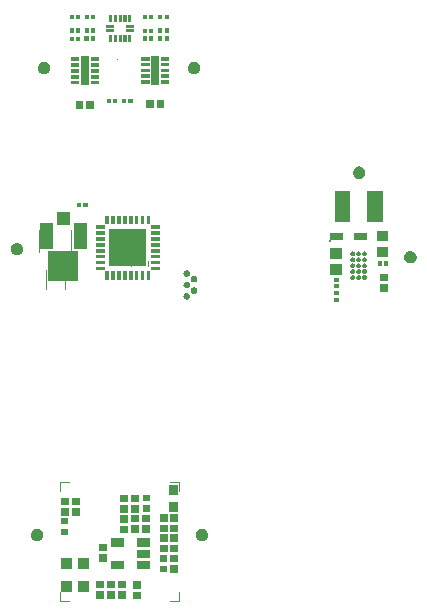
<source format=gbr>
G04 #@! TF.GenerationSoftware,KiCad,Pcbnew,(5.1.4)-1*
G04 #@! TF.CreationDate,2020-08-13T23:55:06-07:00*
G04 #@! TF.ProjectId,Kicad_LFOV_RigidFlex_Assembly,4b696361-645f-44c4-964f-565f52696769,rev?*
G04 #@! TF.SameCoordinates,Original*
G04 #@! TF.FileFunction,Soldermask,Top*
G04 #@! TF.FilePolarity,Negative*
%FSLAX46Y46*%
G04 Gerber Fmt 4.6, Leading zero omitted, Abs format (unit mm)*
G04 Created by KiCad (PCBNEW (5.1.4)-1) date 2020-08-13 23:55:06*
%MOMM*%
%LPD*%
G04 APERTURE LIST*
%ADD10C,0.050000*%
%ADD11C,0.100000*%
G04 APERTURE END LIST*
D10*
X101303480Y-91189500D02*
X101786080Y-91189500D01*
X101305500Y-91456840D02*
X101303480Y-91189500D01*
X111411180Y-119428600D02*
X112171180Y-119428600D01*
X112171180Y-119428600D02*
X112171180Y-118668600D01*
X102851180Y-119428600D02*
X102091180Y-119428600D01*
X102091180Y-119428600D02*
X102091180Y-118668600D01*
X102851180Y-109348600D02*
X102091180Y-109348600D01*
X102091180Y-109348600D02*
X102091180Y-110108600D01*
X111411180Y-109348600D02*
X112171180Y-109348600D01*
X112171180Y-109348600D02*
X112171180Y-110108600D01*
X125047700Y-88947280D02*
G75*
G03X125047700Y-88947280I-100000J0D01*
G01*
X103034480Y-88039700D02*
X103034480Y-89919700D01*
X100334480Y-88039700D02*
X100334480Y-89919700D01*
X100950280Y-91425500D02*
X100950280Y-92985500D01*
X102520280Y-91425500D02*
X102520280Y-92985500D01*
X109521880Y-91057100D02*
X109521880Y-90647100D01*
X108121880Y-91057100D02*
X108121880Y-90647100D01*
X107431780Y-75071100D02*
G75*
G03X107431780Y-75071100I-20000J0D01*
G01*
X106981780Y-73593860D02*
G75*
G03X106981780Y-73593860I-20000J0D01*
G01*
D11*
G36*
X108981980Y-119277400D02*
G01*
X108301180Y-119277400D01*
X108301180Y-118646600D01*
X108981980Y-118646600D01*
X108981980Y-119277400D01*
X108981980Y-119277400D01*
G37*
G36*
X107661180Y-119252000D02*
G01*
X106980380Y-119252000D01*
X106980380Y-118621200D01*
X107661180Y-118621200D01*
X107661180Y-119252000D01*
X107661180Y-119252000D01*
G37*
G36*
X106746780Y-119252000D02*
G01*
X106065980Y-119252000D01*
X106065980Y-118621200D01*
X106746780Y-118621200D01*
X106746780Y-119252000D01*
X106746780Y-119252000D01*
G37*
G36*
X105832380Y-119226600D02*
G01*
X105151580Y-119226600D01*
X105151580Y-118595800D01*
X105832380Y-118595800D01*
X105832380Y-119226600D01*
X105832380Y-119226600D01*
G37*
G36*
X104518780Y-118632000D02*
G01*
X103637980Y-118632000D01*
X103637980Y-117701200D01*
X104518780Y-117701200D01*
X104518780Y-118632000D01*
X104518780Y-118632000D01*
G37*
G36*
X103078780Y-118632000D02*
G01*
X102197980Y-118632000D01*
X102197980Y-117701200D01*
X103078780Y-117701200D01*
X103078780Y-118632000D01*
X103078780Y-118632000D01*
G37*
G36*
X108981980Y-118387400D02*
G01*
X108301180Y-118387400D01*
X108301180Y-117756600D01*
X108981980Y-117756600D01*
X108981980Y-118387400D01*
X108981980Y-118387400D01*
G37*
G36*
X106746780Y-118362000D02*
G01*
X106065980Y-118362000D01*
X106065980Y-117731200D01*
X106746780Y-117731200D01*
X106746780Y-118362000D01*
X106746780Y-118362000D01*
G37*
G36*
X107661180Y-118362000D02*
G01*
X106980380Y-118362000D01*
X106980380Y-117731200D01*
X107661180Y-117731200D01*
X107661180Y-118362000D01*
X107661180Y-118362000D01*
G37*
G36*
X105832380Y-118336600D02*
G01*
X105151580Y-118336600D01*
X105151580Y-117705800D01*
X105832380Y-117705800D01*
X105832380Y-118336600D01*
X105832380Y-118336600D01*
G37*
G36*
X112080780Y-117042200D02*
G01*
X111399980Y-117042200D01*
X111399980Y-116411400D01*
X112080780Y-116411400D01*
X112080780Y-117042200D01*
X112080780Y-117042200D01*
G37*
G36*
X111156780Y-117007200D02*
G01*
X110545980Y-117007200D01*
X110545980Y-116466400D01*
X111156780Y-116466400D01*
X111156780Y-117007200D01*
X111156780Y-117007200D01*
G37*
G36*
X104518780Y-116742000D02*
G01*
X103637980Y-116742000D01*
X103637980Y-115811200D01*
X104518780Y-115811200D01*
X104518780Y-116742000D01*
X104518780Y-116742000D01*
G37*
G36*
X103078780Y-116742000D02*
G01*
X102197980Y-116742000D01*
X102197980Y-115811200D01*
X103078780Y-115811200D01*
X103078780Y-116742000D01*
X103078780Y-116742000D01*
G37*
G36*
X107487380Y-116718600D02*
G01*
X106376580Y-116718600D01*
X106376580Y-116017800D01*
X107487380Y-116017800D01*
X107487380Y-116718600D01*
X107487380Y-116718600D01*
G37*
G36*
X109687380Y-116718600D02*
G01*
X108576580Y-116718600D01*
X108576580Y-116017800D01*
X109687380Y-116017800D01*
X109687380Y-116718600D01*
X109687380Y-116718600D01*
G37*
G36*
X112080780Y-116152200D02*
G01*
X111399980Y-116152200D01*
X111399980Y-115521400D01*
X112080780Y-115521400D01*
X112080780Y-116152200D01*
X112080780Y-116152200D01*
G37*
G36*
X106086380Y-116102400D02*
G01*
X105405580Y-116102400D01*
X105405580Y-115471600D01*
X106086380Y-115471600D01*
X106086380Y-116102400D01*
X106086380Y-116102400D01*
G37*
G36*
X111156780Y-116097200D02*
G01*
X110545980Y-116097200D01*
X110545980Y-115556400D01*
X111156780Y-115556400D01*
X111156780Y-116097200D01*
X111156780Y-116097200D01*
G37*
G36*
X109687380Y-115768600D02*
G01*
X108576580Y-115768600D01*
X108576580Y-115067800D01*
X109687380Y-115067800D01*
X109687380Y-115768600D01*
X109687380Y-115768600D01*
G37*
G36*
X111217180Y-115315000D02*
G01*
X110536380Y-115315000D01*
X110536380Y-114684200D01*
X111217180Y-114684200D01*
X111217180Y-115315000D01*
X111217180Y-115315000D01*
G37*
G36*
X112080780Y-115315000D02*
G01*
X111399980Y-115315000D01*
X111399980Y-114684200D01*
X112080780Y-114684200D01*
X112080780Y-115315000D01*
X112080780Y-115315000D01*
G37*
G36*
X106086380Y-115212400D02*
G01*
X105405580Y-115212400D01*
X105405580Y-114581600D01*
X106086380Y-114581600D01*
X106086380Y-115212400D01*
X106086380Y-115212400D01*
G37*
G36*
X109687380Y-114818600D02*
G01*
X108576580Y-114818600D01*
X108576580Y-114117800D01*
X109687380Y-114117800D01*
X109687380Y-114818600D01*
X109687380Y-114818600D01*
G37*
G36*
X107487380Y-114818600D02*
G01*
X106376580Y-114818600D01*
X106376580Y-114117800D01*
X107487380Y-114117800D01*
X107487380Y-114818600D01*
X107487380Y-114818600D01*
G37*
G36*
X111217180Y-114425000D02*
G01*
X110536380Y-114425000D01*
X110536380Y-113794200D01*
X111217180Y-113794200D01*
X111217180Y-114425000D01*
X111217180Y-114425000D01*
G37*
G36*
X112080780Y-114425000D02*
G01*
X111399980Y-114425000D01*
X111399980Y-113794200D01*
X112080780Y-113794200D01*
X112080780Y-114425000D01*
X112080780Y-114425000D01*
G37*
G36*
X114253254Y-113328391D02*
G01*
X114348868Y-113367995D01*
X114383291Y-113390996D01*
X114434923Y-113425495D01*
X114508105Y-113498677D01*
X114542604Y-113550309D01*
X114565605Y-113584732D01*
X114605209Y-113680346D01*
X114625400Y-113781852D01*
X114625400Y-113885348D01*
X114605209Y-113986854D01*
X114565605Y-114082468D01*
X114542604Y-114116891D01*
X114508105Y-114168523D01*
X114434923Y-114241705D01*
X114383291Y-114276204D01*
X114348868Y-114299205D01*
X114253254Y-114338809D01*
X114151748Y-114359000D01*
X114048252Y-114359000D01*
X113946746Y-114338809D01*
X113851132Y-114299205D01*
X113816709Y-114276204D01*
X113765077Y-114241705D01*
X113691895Y-114168523D01*
X113657396Y-114116891D01*
X113634395Y-114082468D01*
X113594791Y-113986854D01*
X113574600Y-113885348D01*
X113574600Y-113781852D01*
X113594791Y-113680346D01*
X113634395Y-113584732D01*
X113657396Y-113550309D01*
X113691895Y-113498677D01*
X113765077Y-113425495D01*
X113816709Y-113390996D01*
X113851132Y-113367995D01*
X113946746Y-113328391D01*
X114048252Y-113308200D01*
X114151748Y-113308200D01*
X114253254Y-113328391D01*
X114253254Y-113328391D01*
G37*
G36*
X100306114Y-113328391D02*
G01*
X100401728Y-113367995D01*
X100436151Y-113390996D01*
X100487783Y-113425495D01*
X100560965Y-113498677D01*
X100595464Y-113550309D01*
X100618465Y-113584732D01*
X100658069Y-113680346D01*
X100678260Y-113781852D01*
X100678260Y-113885348D01*
X100658069Y-113986854D01*
X100618465Y-114082468D01*
X100595464Y-114116891D01*
X100560965Y-114168523D01*
X100487783Y-114241705D01*
X100436151Y-114276204D01*
X100401728Y-114299205D01*
X100306114Y-114338809D01*
X100204608Y-114359000D01*
X100101112Y-114359000D01*
X99999606Y-114338809D01*
X99903992Y-114299205D01*
X99869569Y-114276204D01*
X99817937Y-114241705D01*
X99744755Y-114168523D01*
X99710256Y-114116891D01*
X99687255Y-114082468D01*
X99647651Y-113986854D01*
X99627460Y-113885348D01*
X99627460Y-113781852D01*
X99647651Y-113680346D01*
X99687255Y-113584732D01*
X99710256Y-113550309D01*
X99744755Y-113498677D01*
X99817937Y-113425495D01*
X99869569Y-113390996D01*
X99903992Y-113367995D01*
X99999606Y-113328391D01*
X100101112Y-113308200D01*
X100204608Y-113308200D01*
X100306114Y-113328391D01*
X100306114Y-113328391D01*
G37*
G36*
X102800180Y-113857600D02*
G01*
X102189380Y-113857600D01*
X102189380Y-113316800D01*
X102800180Y-113316800D01*
X102800180Y-113857600D01*
X102800180Y-113857600D01*
G37*
G36*
X107864380Y-113689400D02*
G01*
X107183580Y-113689400D01*
X107183580Y-113058600D01*
X107864380Y-113058600D01*
X107864380Y-113689400D01*
X107864380Y-113689400D01*
G37*
G36*
X108804180Y-113664000D02*
G01*
X108123380Y-113664000D01*
X108123380Y-113033200D01*
X108804180Y-113033200D01*
X108804180Y-113664000D01*
X108804180Y-113664000D01*
G37*
G36*
X109743980Y-113664000D02*
G01*
X109063180Y-113664000D01*
X109063180Y-113033200D01*
X109743980Y-113033200D01*
X109743980Y-113664000D01*
X109743980Y-113664000D01*
G37*
G36*
X111217180Y-113613200D02*
G01*
X110536380Y-113613200D01*
X110536380Y-112982400D01*
X111217180Y-112982400D01*
X111217180Y-113613200D01*
X111217180Y-113613200D01*
G37*
G36*
X112080780Y-113613200D02*
G01*
X111399980Y-113613200D01*
X111399980Y-112982400D01*
X112080780Y-112982400D01*
X112080780Y-113613200D01*
X112080780Y-113613200D01*
G37*
G36*
X102800180Y-112947600D02*
G01*
X102189380Y-112947600D01*
X102189380Y-112406800D01*
X102800180Y-112406800D01*
X102800180Y-112947600D01*
X102800180Y-112947600D01*
G37*
G36*
X107864380Y-112799400D02*
G01*
X107183580Y-112799400D01*
X107183580Y-112168600D01*
X107864380Y-112168600D01*
X107864380Y-112799400D01*
X107864380Y-112799400D01*
G37*
G36*
X108804180Y-112774000D02*
G01*
X108123380Y-112774000D01*
X108123380Y-112143200D01*
X108804180Y-112143200D01*
X108804180Y-112774000D01*
X108804180Y-112774000D01*
G37*
G36*
X109743980Y-112774000D02*
G01*
X109063180Y-112774000D01*
X109063180Y-112143200D01*
X109743980Y-112143200D01*
X109743980Y-112774000D01*
X109743980Y-112774000D01*
G37*
G36*
X111217180Y-112723200D02*
G01*
X110536380Y-112723200D01*
X110536380Y-112092400D01*
X111217180Y-112092400D01*
X111217180Y-112723200D01*
X111217180Y-112723200D01*
G37*
G36*
X112080780Y-112723200D02*
G01*
X111399980Y-112723200D01*
X111399980Y-112092400D01*
X112080780Y-112092400D01*
X112080780Y-112723200D01*
X112080780Y-112723200D01*
G37*
G36*
X103800380Y-112190800D02*
G01*
X103119580Y-112190800D01*
X103119580Y-111560000D01*
X103800380Y-111560000D01*
X103800380Y-112190800D01*
X103800380Y-112190800D01*
G37*
G36*
X102860580Y-112190800D02*
G01*
X102179780Y-112190800D01*
X102179780Y-111560000D01*
X102860580Y-111560000D01*
X102860580Y-112190800D01*
X102860580Y-112190800D01*
G37*
G36*
X107864380Y-111936800D02*
G01*
X107183580Y-111936800D01*
X107183580Y-111306000D01*
X107864380Y-111306000D01*
X107864380Y-111936800D01*
X107864380Y-111936800D01*
G37*
G36*
X108804180Y-111936800D02*
G01*
X108123380Y-111936800D01*
X108123380Y-111306000D01*
X108804180Y-111306000D01*
X108804180Y-111936800D01*
X108804180Y-111936800D01*
G37*
G36*
X112095380Y-111885000D02*
G01*
X111334580Y-111885000D01*
X111334580Y-111064200D01*
X112095380Y-111064200D01*
X112095380Y-111885000D01*
X112095380Y-111885000D01*
G37*
G36*
X109736880Y-111866600D02*
G01*
X109126080Y-111866600D01*
X109126080Y-111325800D01*
X109736880Y-111325800D01*
X109736880Y-111866600D01*
X109736880Y-111866600D01*
G37*
G36*
X102860580Y-111300800D02*
G01*
X102179780Y-111300800D01*
X102179780Y-110670000D01*
X102860580Y-110670000D01*
X102860580Y-111300800D01*
X102860580Y-111300800D01*
G37*
G36*
X103800380Y-111300800D02*
G01*
X103119580Y-111300800D01*
X103119580Y-110670000D01*
X103800380Y-110670000D01*
X103800380Y-111300800D01*
X103800380Y-111300800D01*
G37*
G36*
X108804180Y-111046800D02*
G01*
X108123380Y-111046800D01*
X108123380Y-110416000D01*
X108804180Y-110416000D01*
X108804180Y-111046800D01*
X108804180Y-111046800D01*
G37*
G36*
X107864380Y-111046800D02*
G01*
X107183580Y-111046800D01*
X107183580Y-110416000D01*
X107864380Y-110416000D01*
X107864380Y-111046800D01*
X107864380Y-111046800D01*
G37*
G36*
X109736880Y-110956600D02*
G01*
X109126080Y-110956600D01*
X109126080Y-110415800D01*
X109736880Y-110415800D01*
X109736880Y-110956600D01*
X109736880Y-110956600D01*
G37*
G36*
X112095380Y-110425000D02*
G01*
X111334580Y-110425000D01*
X111334580Y-109604200D01*
X112095380Y-109604200D01*
X112095380Y-110425000D01*
X112095380Y-110425000D01*
G37*
G36*
X125710160Y-94106160D02*
G01*
X125319360Y-94106160D01*
X125319360Y-93745360D01*
X125710160Y-93745360D01*
X125710160Y-94106160D01*
X125710160Y-94106160D01*
G37*
G36*
X112914039Y-93359237D02*
G01*
X112964886Y-93380298D01*
X113010649Y-93410876D01*
X113049564Y-93449791D01*
X113080142Y-93495554D01*
X113101203Y-93546401D01*
X113111940Y-93600381D01*
X113111940Y-93655419D01*
X113101203Y-93709399D01*
X113080142Y-93760246D01*
X113049564Y-93806009D01*
X113010649Y-93844924D01*
X112964886Y-93875502D01*
X112914039Y-93896563D01*
X112860059Y-93907300D01*
X112805021Y-93907300D01*
X112751041Y-93896563D01*
X112700194Y-93875502D01*
X112654431Y-93844924D01*
X112615516Y-93806009D01*
X112584938Y-93760246D01*
X112563877Y-93709399D01*
X112553140Y-93655419D01*
X112553140Y-93600381D01*
X112563877Y-93546401D01*
X112584938Y-93495554D01*
X112615516Y-93449791D01*
X112654431Y-93410876D01*
X112700194Y-93380298D01*
X112751041Y-93359237D01*
X112805021Y-93348500D01*
X112860059Y-93348500D01*
X112914039Y-93359237D01*
X112914039Y-93359237D01*
G37*
G36*
X125710160Y-93556160D02*
G01*
X125319360Y-93556160D01*
X125319360Y-93195360D01*
X125710160Y-93195360D01*
X125710160Y-93556160D01*
X125710160Y-93556160D01*
G37*
G36*
X113523639Y-92876638D02*
G01*
X113574486Y-92897699D01*
X113620249Y-92928277D01*
X113659164Y-92967192D01*
X113689742Y-93012955D01*
X113710803Y-93063802D01*
X113721540Y-93117782D01*
X113721540Y-93172820D01*
X113710803Y-93226800D01*
X113689742Y-93277647D01*
X113659164Y-93323410D01*
X113620249Y-93362325D01*
X113574486Y-93392903D01*
X113523639Y-93413964D01*
X113469659Y-93424701D01*
X113414621Y-93424701D01*
X113360641Y-93413964D01*
X113309794Y-93392903D01*
X113264031Y-93362325D01*
X113225116Y-93323410D01*
X113194538Y-93277647D01*
X113173477Y-93226800D01*
X113162740Y-93172820D01*
X113162740Y-93117782D01*
X113173477Y-93063802D01*
X113194538Y-93012955D01*
X113225116Y-92967192D01*
X113264031Y-92928277D01*
X113309794Y-92897699D01*
X113360641Y-92876638D01*
X113414621Y-92865901D01*
X113469659Y-92865901D01*
X113523639Y-92876638D01*
X113523639Y-92876638D01*
G37*
G36*
X129884400Y-93241680D02*
G01*
X129203600Y-93241680D01*
X129203600Y-92610880D01*
X129884400Y-92610880D01*
X129884400Y-93241680D01*
X129884400Y-93241680D01*
G37*
G36*
X125725400Y-92958080D02*
G01*
X125334600Y-92958080D01*
X125334600Y-92597280D01*
X125725400Y-92597280D01*
X125725400Y-92958080D01*
X125725400Y-92958080D01*
G37*
G36*
X112914039Y-92394038D02*
G01*
X112964886Y-92415099D01*
X113010649Y-92445677D01*
X113049564Y-92484592D01*
X113080142Y-92530355D01*
X113101203Y-92581202D01*
X113111940Y-92635182D01*
X113111940Y-92690220D01*
X113101203Y-92744200D01*
X113080142Y-92795047D01*
X113049564Y-92840810D01*
X113010649Y-92879725D01*
X112964886Y-92910303D01*
X112914039Y-92931364D01*
X112860059Y-92942101D01*
X112805021Y-92942101D01*
X112751041Y-92931364D01*
X112700194Y-92910303D01*
X112654431Y-92879725D01*
X112615516Y-92840810D01*
X112584938Y-92795047D01*
X112563877Y-92744200D01*
X112553140Y-92690220D01*
X112553140Y-92635182D01*
X112563877Y-92581202D01*
X112584938Y-92530355D01*
X112615516Y-92484592D01*
X112654431Y-92445677D01*
X112700194Y-92415099D01*
X112751041Y-92394038D01*
X112805021Y-92383301D01*
X112860059Y-92383301D01*
X112914039Y-92394038D01*
X112914039Y-92394038D01*
G37*
G36*
X113523639Y-91911439D02*
G01*
X113574486Y-91932500D01*
X113620249Y-91963078D01*
X113659164Y-92001993D01*
X113689742Y-92047756D01*
X113710803Y-92098603D01*
X113721540Y-92152583D01*
X113721540Y-92207621D01*
X113710803Y-92261601D01*
X113689742Y-92312448D01*
X113659164Y-92358211D01*
X113620249Y-92397126D01*
X113574486Y-92427704D01*
X113523639Y-92448765D01*
X113469659Y-92459502D01*
X113414621Y-92459502D01*
X113360641Y-92448765D01*
X113309794Y-92427704D01*
X113264031Y-92397126D01*
X113225116Y-92358211D01*
X113194538Y-92312448D01*
X113173477Y-92261601D01*
X113162740Y-92207621D01*
X113162740Y-92152583D01*
X113173477Y-92098603D01*
X113194538Y-92047756D01*
X113225116Y-92001993D01*
X113264031Y-91963078D01*
X113309794Y-91932500D01*
X113360641Y-91911439D01*
X113414621Y-91900702D01*
X113469659Y-91900702D01*
X113523639Y-91911439D01*
X113523639Y-91911439D01*
G37*
G36*
X125725400Y-92408080D02*
G01*
X125334600Y-92408080D01*
X125334600Y-92047280D01*
X125725400Y-92047280D01*
X125725400Y-92408080D01*
X125725400Y-92408080D01*
G37*
G36*
X129884400Y-92351680D02*
G01*
X129203600Y-92351680D01*
X129203600Y-91720880D01*
X129884400Y-91720880D01*
X129884400Y-92351680D01*
X129884400Y-92351680D01*
G37*
G36*
X103622820Y-92332820D02*
G01*
X101072020Y-92332820D01*
X101072020Y-89782020D01*
X103622820Y-89782020D01*
X103622820Y-92332820D01*
X103622820Y-92332820D01*
G37*
G36*
X127885246Y-91825218D02*
G01*
X127894029Y-91829912D01*
X127903553Y-91832802D01*
X127941155Y-91840281D01*
X127977625Y-91855388D01*
X128010448Y-91877319D01*
X128038361Y-91905232D01*
X128060292Y-91938055D01*
X128075399Y-91974525D01*
X128083100Y-92013242D01*
X128083100Y-92052718D01*
X128075399Y-92091435D01*
X128060292Y-92127905D01*
X128038361Y-92160728D01*
X128010448Y-92188641D01*
X127977625Y-92210572D01*
X127941155Y-92225679D01*
X127902438Y-92233380D01*
X127862962Y-92233380D01*
X127824245Y-92225679D01*
X127787775Y-92210572D01*
X127754952Y-92188641D01*
X127727039Y-92160728D01*
X127705108Y-92127905D01*
X127690001Y-92091435D01*
X127682522Y-92053833D01*
X127679632Y-92044308D01*
X127674938Y-92035525D01*
X127672849Y-92032980D01*
X127674938Y-92030434D01*
X127679632Y-92021651D01*
X127682523Y-92012123D01*
X127690001Y-91974525D01*
X127705108Y-91938055D01*
X127727039Y-91905232D01*
X127754952Y-91877319D01*
X127787775Y-91855388D01*
X127824245Y-91840281D01*
X127861847Y-91832802D01*
X127871372Y-91829912D01*
X127880155Y-91825218D01*
X127882700Y-91823129D01*
X127885246Y-91825218D01*
X127885246Y-91825218D01*
G37*
G36*
X127385246Y-91825218D02*
G01*
X127394029Y-91829912D01*
X127403553Y-91832802D01*
X127441155Y-91840281D01*
X127477625Y-91855388D01*
X127510448Y-91877319D01*
X127538361Y-91905232D01*
X127560292Y-91938055D01*
X127575399Y-91974525D01*
X127582877Y-92012123D01*
X127585768Y-92021652D01*
X127590462Y-92030435D01*
X127592551Y-92032980D01*
X127590462Y-92035526D01*
X127585768Y-92044309D01*
X127582878Y-92053833D01*
X127575399Y-92091435D01*
X127560292Y-92127905D01*
X127538361Y-92160728D01*
X127510448Y-92188641D01*
X127477625Y-92210572D01*
X127441155Y-92225679D01*
X127402438Y-92233380D01*
X127362962Y-92233380D01*
X127324245Y-92225679D01*
X127287775Y-92210572D01*
X127254952Y-92188641D01*
X127227039Y-92160728D01*
X127205108Y-92127905D01*
X127190001Y-92091435D01*
X127182522Y-92053833D01*
X127179632Y-92044308D01*
X127174938Y-92035525D01*
X127172849Y-92032980D01*
X127174938Y-92030434D01*
X127179632Y-92021651D01*
X127182523Y-92012123D01*
X127190001Y-91974525D01*
X127205108Y-91938055D01*
X127227039Y-91905232D01*
X127254952Y-91877319D01*
X127287775Y-91855388D01*
X127324245Y-91840281D01*
X127361847Y-91832802D01*
X127371372Y-91829912D01*
X127380155Y-91825218D01*
X127382700Y-91823129D01*
X127385246Y-91825218D01*
X127385246Y-91825218D01*
G37*
G36*
X126885246Y-91825218D02*
G01*
X126894029Y-91829912D01*
X126903553Y-91832802D01*
X126941155Y-91840281D01*
X126977625Y-91855388D01*
X127010448Y-91877319D01*
X127038361Y-91905232D01*
X127060292Y-91938055D01*
X127075399Y-91974525D01*
X127082877Y-92012123D01*
X127085768Y-92021652D01*
X127090462Y-92030435D01*
X127092551Y-92032980D01*
X127090462Y-92035526D01*
X127085768Y-92044309D01*
X127082878Y-92053833D01*
X127075399Y-92091435D01*
X127060292Y-92127905D01*
X127038361Y-92160728D01*
X127010448Y-92188641D01*
X126977625Y-92210572D01*
X126941155Y-92225679D01*
X126902438Y-92233380D01*
X126862962Y-92233380D01*
X126824245Y-92225679D01*
X126787775Y-92210572D01*
X126754952Y-92188641D01*
X126727039Y-92160728D01*
X126705108Y-92127905D01*
X126690001Y-92091435D01*
X126682300Y-92052718D01*
X126682300Y-92013242D01*
X126690001Y-91974525D01*
X126705108Y-91938055D01*
X126727039Y-91905232D01*
X126754952Y-91877319D01*
X126787775Y-91855388D01*
X126824245Y-91840281D01*
X126861847Y-91832802D01*
X126871372Y-91829912D01*
X126880155Y-91825218D01*
X126882700Y-91823129D01*
X126885246Y-91825218D01*
X126885246Y-91825218D01*
G37*
G36*
X107244300Y-92216040D02*
G01*
X106933500Y-92216040D01*
X106933500Y-91485240D01*
X107244300Y-91485240D01*
X107244300Y-92216040D01*
X107244300Y-92216040D01*
G37*
G36*
X107744300Y-92216040D02*
G01*
X107433500Y-92216040D01*
X107433500Y-91485240D01*
X107744300Y-91485240D01*
X107744300Y-92216040D01*
X107744300Y-92216040D01*
G37*
G36*
X108244300Y-92216040D02*
G01*
X107933500Y-92216040D01*
X107933500Y-91485240D01*
X108244300Y-91485240D01*
X108244300Y-92216040D01*
X108244300Y-92216040D01*
G37*
G36*
X108744300Y-92216040D02*
G01*
X108433500Y-92216040D01*
X108433500Y-91485240D01*
X108744300Y-91485240D01*
X108744300Y-92216040D01*
X108744300Y-92216040D01*
G37*
G36*
X106244300Y-92216040D02*
G01*
X105933500Y-92216040D01*
X105933500Y-91485240D01*
X106244300Y-91485240D01*
X106244300Y-92216040D01*
X106244300Y-92216040D01*
G37*
G36*
X109744300Y-92216040D02*
G01*
X109433500Y-92216040D01*
X109433500Y-91485240D01*
X109744300Y-91485240D01*
X109744300Y-92216040D01*
X109744300Y-92216040D01*
G37*
G36*
X106744300Y-92216040D02*
G01*
X106433500Y-92216040D01*
X106433500Y-91485240D01*
X106744300Y-91485240D01*
X106744300Y-92216040D01*
X106744300Y-92216040D01*
G37*
G36*
X109244300Y-92216040D02*
G01*
X108933500Y-92216040D01*
X108933500Y-91485240D01*
X109244300Y-91485240D01*
X109244300Y-92216040D01*
X109244300Y-92216040D01*
G37*
G36*
X112914039Y-91428839D02*
G01*
X112964886Y-91449900D01*
X113010649Y-91480478D01*
X113049564Y-91519393D01*
X113080142Y-91565156D01*
X113101203Y-91616003D01*
X113111940Y-91669983D01*
X113111940Y-91725021D01*
X113101203Y-91779001D01*
X113080142Y-91829848D01*
X113049564Y-91875611D01*
X113010649Y-91914526D01*
X112964886Y-91945104D01*
X112914039Y-91966165D01*
X112860059Y-91976902D01*
X112805021Y-91976902D01*
X112751041Y-91966165D01*
X112700194Y-91945104D01*
X112654431Y-91914526D01*
X112615516Y-91875611D01*
X112584938Y-91829848D01*
X112563877Y-91779001D01*
X112553140Y-91725021D01*
X112553140Y-91669983D01*
X112563877Y-91616003D01*
X112584938Y-91565156D01*
X112615516Y-91519393D01*
X112654431Y-91480478D01*
X112700194Y-91449900D01*
X112751041Y-91428839D01*
X112805021Y-91418102D01*
X112860059Y-91418102D01*
X112914039Y-91428839D01*
X112914039Y-91428839D01*
G37*
G36*
X125950500Y-91820880D02*
G01*
X124979700Y-91820880D01*
X124979700Y-90880080D01*
X125950500Y-90880080D01*
X125950500Y-91820880D01*
X125950500Y-91820880D01*
G37*
G36*
X126885246Y-91325218D02*
G01*
X126894029Y-91329912D01*
X126903553Y-91332802D01*
X126941155Y-91340281D01*
X126977625Y-91355388D01*
X127010448Y-91377319D01*
X127038361Y-91405232D01*
X127060292Y-91438055D01*
X127075399Y-91474525D01*
X127077530Y-91485240D01*
X127082877Y-91512123D01*
X127085768Y-91521652D01*
X127090462Y-91530435D01*
X127092551Y-91532980D01*
X127090462Y-91535526D01*
X127085768Y-91544309D01*
X127082878Y-91553833D01*
X127075399Y-91591435D01*
X127060292Y-91627905D01*
X127038361Y-91660728D01*
X127010448Y-91688641D01*
X126977625Y-91710572D01*
X126941155Y-91725679D01*
X126903553Y-91733158D01*
X126894028Y-91736048D01*
X126885245Y-91740742D01*
X126882700Y-91742831D01*
X126880154Y-91740742D01*
X126871371Y-91736048D01*
X126861847Y-91733158D01*
X126824245Y-91725679D01*
X126787775Y-91710572D01*
X126754952Y-91688641D01*
X126727039Y-91660728D01*
X126705108Y-91627905D01*
X126690001Y-91591435D01*
X126682300Y-91552718D01*
X126682300Y-91513242D01*
X126690001Y-91474525D01*
X126705108Y-91438055D01*
X126727039Y-91405232D01*
X126754952Y-91377319D01*
X126787775Y-91355388D01*
X126824245Y-91340281D01*
X126861847Y-91332802D01*
X126871372Y-91329912D01*
X126880155Y-91325218D01*
X126882700Y-91323129D01*
X126885246Y-91325218D01*
X126885246Y-91325218D01*
G37*
G36*
X127385246Y-91325218D02*
G01*
X127394029Y-91329912D01*
X127403553Y-91332802D01*
X127441155Y-91340281D01*
X127477625Y-91355388D01*
X127510448Y-91377319D01*
X127538361Y-91405232D01*
X127560292Y-91438055D01*
X127575399Y-91474525D01*
X127577530Y-91485240D01*
X127582877Y-91512123D01*
X127585768Y-91521652D01*
X127590462Y-91530435D01*
X127592551Y-91532980D01*
X127590462Y-91535526D01*
X127585768Y-91544309D01*
X127582878Y-91553833D01*
X127575399Y-91591435D01*
X127560292Y-91627905D01*
X127538361Y-91660728D01*
X127510448Y-91688641D01*
X127477625Y-91710572D01*
X127441155Y-91725679D01*
X127403553Y-91733158D01*
X127394028Y-91736048D01*
X127385245Y-91740742D01*
X127382700Y-91742831D01*
X127380154Y-91740742D01*
X127371371Y-91736048D01*
X127361847Y-91733158D01*
X127324245Y-91725679D01*
X127287775Y-91710572D01*
X127254952Y-91688641D01*
X127227039Y-91660728D01*
X127205108Y-91627905D01*
X127190001Y-91591435D01*
X127182522Y-91553833D01*
X127179632Y-91544308D01*
X127174938Y-91535525D01*
X127172849Y-91532980D01*
X127174938Y-91530434D01*
X127179632Y-91521651D01*
X127182523Y-91512123D01*
X127187870Y-91485240D01*
X127190001Y-91474525D01*
X127205108Y-91438055D01*
X127227039Y-91405232D01*
X127254952Y-91377319D01*
X127287775Y-91355388D01*
X127324245Y-91340281D01*
X127361847Y-91332802D01*
X127371372Y-91329912D01*
X127380155Y-91325218D01*
X127382700Y-91323129D01*
X127385246Y-91325218D01*
X127385246Y-91325218D01*
G37*
G36*
X127885246Y-91325218D02*
G01*
X127894029Y-91329912D01*
X127903553Y-91332802D01*
X127941155Y-91340281D01*
X127977625Y-91355388D01*
X128010448Y-91377319D01*
X128038361Y-91405232D01*
X128060292Y-91438055D01*
X128075399Y-91474525D01*
X128083100Y-91513242D01*
X128083100Y-91552718D01*
X128075399Y-91591435D01*
X128060292Y-91627905D01*
X128038361Y-91660728D01*
X128010448Y-91688641D01*
X127977625Y-91710572D01*
X127941155Y-91725679D01*
X127903553Y-91733158D01*
X127894028Y-91736048D01*
X127885245Y-91740742D01*
X127882700Y-91742831D01*
X127880154Y-91740742D01*
X127871371Y-91736048D01*
X127861847Y-91733158D01*
X127824245Y-91725679D01*
X127787775Y-91710572D01*
X127754952Y-91688641D01*
X127727039Y-91660728D01*
X127705108Y-91627905D01*
X127690001Y-91591435D01*
X127682522Y-91553833D01*
X127679632Y-91544308D01*
X127674938Y-91535525D01*
X127672849Y-91532980D01*
X127674938Y-91530434D01*
X127679632Y-91521651D01*
X127682523Y-91512123D01*
X127687870Y-91485240D01*
X127690001Y-91474525D01*
X127705108Y-91438055D01*
X127727039Y-91405232D01*
X127754952Y-91377319D01*
X127787775Y-91355388D01*
X127824245Y-91340281D01*
X127861847Y-91332802D01*
X127871372Y-91329912D01*
X127880155Y-91325218D01*
X127882700Y-91323129D01*
X127885246Y-91325218D01*
X127885246Y-91325218D01*
G37*
G36*
X105869300Y-91421040D02*
G01*
X105138500Y-91421040D01*
X105138500Y-91110240D01*
X105869300Y-91110240D01*
X105869300Y-91421040D01*
X105869300Y-91421040D01*
G37*
G36*
X110539300Y-91421040D02*
G01*
X109808500Y-91421040D01*
X109808500Y-91110240D01*
X110539300Y-91110240D01*
X110539300Y-91421040D01*
X110539300Y-91421040D01*
G37*
G36*
X126885246Y-90825218D02*
G01*
X126894029Y-90829912D01*
X126903553Y-90832802D01*
X126941155Y-90840281D01*
X126977625Y-90855388D01*
X127010448Y-90877319D01*
X127038361Y-90905232D01*
X127060292Y-90938055D01*
X127075399Y-90974525D01*
X127082877Y-91012123D01*
X127085768Y-91021652D01*
X127090462Y-91030435D01*
X127092551Y-91032980D01*
X127090462Y-91035526D01*
X127085768Y-91044309D01*
X127082878Y-91053833D01*
X127075399Y-91091435D01*
X127060292Y-91127905D01*
X127038361Y-91160728D01*
X127010448Y-91188641D01*
X126977625Y-91210572D01*
X126941155Y-91225679D01*
X126903553Y-91233158D01*
X126894028Y-91236048D01*
X126885245Y-91240742D01*
X126882700Y-91242831D01*
X126880154Y-91240742D01*
X126871371Y-91236048D01*
X126861847Y-91233158D01*
X126824245Y-91225679D01*
X126787775Y-91210572D01*
X126754952Y-91188641D01*
X126727039Y-91160728D01*
X126705108Y-91127905D01*
X126690001Y-91091435D01*
X126682300Y-91052718D01*
X126682300Y-91013242D01*
X126690001Y-90974525D01*
X126705108Y-90938055D01*
X126727039Y-90905232D01*
X126754952Y-90877319D01*
X126787775Y-90855388D01*
X126824245Y-90840281D01*
X126861847Y-90832802D01*
X126871372Y-90829912D01*
X126880155Y-90825218D01*
X126882700Y-90823129D01*
X126885246Y-90825218D01*
X126885246Y-90825218D01*
G37*
G36*
X127385246Y-90825218D02*
G01*
X127394029Y-90829912D01*
X127403553Y-90832802D01*
X127441155Y-90840281D01*
X127477625Y-90855388D01*
X127510448Y-90877319D01*
X127538361Y-90905232D01*
X127560292Y-90938055D01*
X127575399Y-90974525D01*
X127582877Y-91012123D01*
X127585768Y-91021652D01*
X127590462Y-91030435D01*
X127592551Y-91032980D01*
X127590462Y-91035526D01*
X127585768Y-91044309D01*
X127582878Y-91053833D01*
X127575399Y-91091435D01*
X127560292Y-91127905D01*
X127538361Y-91160728D01*
X127510448Y-91188641D01*
X127477625Y-91210572D01*
X127441155Y-91225679D01*
X127403553Y-91233158D01*
X127394028Y-91236048D01*
X127385245Y-91240742D01*
X127382700Y-91242831D01*
X127380154Y-91240742D01*
X127371371Y-91236048D01*
X127361847Y-91233158D01*
X127324245Y-91225679D01*
X127287775Y-91210572D01*
X127254952Y-91188641D01*
X127227039Y-91160728D01*
X127205108Y-91127905D01*
X127190001Y-91091435D01*
X127182522Y-91053833D01*
X127179632Y-91044308D01*
X127174938Y-91035525D01*
X127172849Y-91032980D01*
X127174938Y-91030434D01*
X127179632Y-91021651D01*
X127182523Y-91012123D01*
X127190001Y-90974525D01*
X127205108Y-90938055D01*
X127227039Y-90905232D01*
X127254952Y-90877319D01*
X127287775Y-90855388D01*
X127324245Y-90840281D01*
X127361847Y-90832802D01*
X127371372Y-90829912D01*
X127380155Y-90825218D01*
X127382700Y-90823129D01*
X127385246Y-90825218D01*
X127385246Y-90825218D01*
G37*
G36*
X127885246Y-90825218D02*
G01*
X127894029Y-90829912D01*
X127903553Y-90832802D01*
X127941155Y-90840281D01*
X127977625Y-90855388D01*
X128010448Y-90877319D01*
X128038361Y-90905232D01*
X128060292Y-90938055D01*
X128075399Y-90974525D01*
X128083100Y-91013242D01*
X128083100Y-91052718D01*
X128075399Y-91091435D01*
X128060292Y-91127905D01*
X128038361Y-91160728D01*
X128010448Y-91188641D01*
X127977625Y-91210572D01*
X127941155Y-91225679D01*
X127903553Y-91233158D01*
X127894028Y-91236048D01*
X127885245Y-91240742D01*
X127882700Y-91242831D01*
X127880154Y-91240742D01*
X127871371Y-91236048D01*
X127861847Y-91233158D01*
X127824245Y-91225679D01*
X127787775Y-91210572D01*
X127754952Y-91188641D01*
X127727039Y-91160728D01*
X127705108Y-91127905D01*
X127690001Y-91091435D01*
X127682522Y-91053833D01*
X127679632Y-91044308D01*
X127674938Y-91035525D01*
X127672849Y-91032980D01*
X127674938Y-91030434D01*
X127679632Y-91021651D01*
X127682523Y-91012123D01*
X127690001Y-90974525D01*
X127705108Y-90938055D01*
X127727039Y-90905232D01*
X127754952Y-90877319D01*
X127787775Y-90855388D01*
X127824245Y-90840281D01*
X127861847Y-90832802D01*
X127871372Y-90829912D01*
X127880155Y-90825218D01*
X127882700Y-90823129D01*
X127885246Y-90825218D01*
X127885246Y-90825218D01*
G37*
G36*
X109414300Y-91091040D02*
G01*
X106263500Y-91091040D01*
X106263500Y-87940240D01*
X109414300Y-87940240D01*
X109414300Y-91091040D01*
X109414300Y-91091040D01*
G37*
G36*
X129349400Y-91042960D02*
G01*
X128988600Y-91042960D01*
X128988600Y-90652160D01*
X129349400Y-90652160D01*
X129349400Y-91042960D01*
X129349400Y-91042960D01*
G37*
G36*
X129899400Y-91042960D02*
G01*
X129538600Y-91042960D01*
X129538600Y-90652160D01*
X129899400Y-90652160D01*
X129899400Y-91042960D01*
X129899400Y-91042960D01*
G37*
G36*
X110539300Y-90921040D02*
G01*
X109808500Y-90921040D01*
X109808500Y-90610240D01*
X110539300Y-90610240D01*
X110539300Y-90921040D01*
X110539300Y-90921040D01*
G37*
G36*
X105869300Y-90921040D02*
G01*
X105138500Y-90921040D01*
X105138500Y-90610240D01*
X105869300Y-90610240D01*
X105869300Y-90921040D01*
X105869300Y-90921040D01*
G37*
G36*
X131913874Y-89810531D02*
G01*
X132009488Y-89850135D01*
X132043911Y-89873136D01*
X132095543Y-89907635D01*
X132168725Y-89980817D01*
X132201878Y-90030434D01*
X132226225Y-90066872D01*
X132265829Y-90162486D01*
X132286020Y-90263992D01*
X132286020Y-90367488D01*
X132265829Y-90468994D01*
X132226225Y-90564608D01*
X132208299Y-90591435D01*
X132168725Y-90650663D01*
X132095543Y-90723845D01*
X132043911Y-90758344D01*
X132009488Y-90781345D01*
X131913874Y-90820949D01*
X131812368Y-90841140D01*
X131708872Y-90841140D01*
X131607366Y-90820949D01*
X131511752Y-90781345D01*
X131477329Y-90758344D01*
X131425697Y-90723845D01*
X131352515Y-90650663D01*
X131312941Y-90591435D01*
X131295015Y-90564608D01*
X131255411Y-90468994D01*
X131235220Y-90367488D01*
X131235220Y-90263992D01*
X131255411Y-90162486D01*
X131295015Y-90066872D01*
X131319362Y-90030434D01*
X131352515Y-89980817D01*
X131425697Y-89907635D01*
X131477329Y-89873136D01*
X131511752Y-89850135D01*
X131607366Y-89810531D01*
X131708872Y-89790340D01*
X131812368Y-89790340D01*
X131913874Y-89810531D01*
X131913874Y-89810531D01*
G37*
G36*
X126885246Y-90325218D02*
G01*
X126894029Y-90329912D01*
X126903553Y-90332802D01*
X126941155Y-90340281D01*
X126977625Y-90355388D01*
X127010448Y-90377319D01*
X127038361Y-90405232D01*
X127060292Y-90438055D01*
X127075399Y-90474525D01*
X127082877Y-90512123D01*
X127085768Y-90521652D01*
X127090462Y-90530435D01*
X127092551Y-90532980D01*
X127090462Y-90535526D01*
X127085768Y-90544309D01*
X127082878Y-90553833D01*
X127075399Y-90591435D01*
X127060292Y-90627905D01*
X127038361Y-90660728D01*
X127010448Y-90688641D01*
X126977625Y-90710572D01*
X126941155Y-90725679D01*
X126903553Y-90733158D01*
X126894028Y-90736048D01*
X126885245Y-90740742D01*
X126882700Y-90742831D01*
X126880154Y-90740742D01*
X126871371Y-90736048D01*
X126861847Y-90733158D01*
X126824245Y-90725679D01*
X126787775Y-90710572D01*
X126754952Y-90688641D01*
X126727039Y-90660728D01*
X126705108Y-90627905D01*
X126690001Y-90591435D01*
X126682300Y-90552718D01*
X126682300Y-90513242D01*
X126690001Y-90474525D01*
X126705108Y-90438055D01*
X126727039Y-90405232D01*
X126754952Y-90377319D01*
X126787775Y-90355388D01*
X126824245Y-90340281D01*
X126861847Y-90332802D01*
X126871372Y-90329912D01*
X126880155Y-90325218D01*
X126882700Y-90323129D01*
X126885246Y-90325218D01*
X126885246Y-90325218D01*
G37*
G36*
X127385246Y-90325218D02*
G01*
X127394029Y-90329912D01*
X127403553Y-90332802D01*
X127441155Y-90340281D01*
X127477625Y-90355388D01*
X127510448Y-90377319D01*
X127538361Y-90405232D01*
X127560292Y-90438055D01*
X127575399Y-90474525D01*
X127582877Y-90512123D01*
X127585768Y-90521652D01*
X127590462Y-90530435D01*
X127592551Y-90532980D01*
X127590462Y-90535526D01*
X127585768Y-90544309D01*
X127582878Y-90553833D01*
X127575399Y-90591435D01*
X127560292Y-90627905D01*
X127538361Y-90660728D01*
X127510448Y-90688641D01*
X127477625Y-90710572D01*
X127441155Y-90725679D01*
X127403553Y-90733158D01*
X127394028Y-90736048D01*
X127385245Y-90740742D01*
X127382700Y-90742831D01*
X127380154Y-90740742D01*
X127371371Y-90736048D01*
X127361847Y-90733158D01*
X127324245Y-90725679D01*
X127287775Y-90710572D01*
X127254952Y-90688641D01*
X127227039Y-90660728D01*
X127205108Y-90627905D01*
X127190001Y-90591435D01*
X127182522Y-90553833D01*
X127179632Y-90544308D01*
X127174938Y-90535525D01*
X127172849Y-90532980D01*
X127174938Y-90530434D01*
X127179632Y-90521651D01*
X127182523Y-90512123D01*
X127190001Y-90474525D01*
X127205108Y-90438055D01*
X127227039Y-90405232D01*
X127254952Y-90377319D01*
X127287775Y-90355388D01*
X127324245Y-90340281D01*
X127361847Y-90332802D01*
X127371372Y-90329912D01*
X127380155Y-90325218D01*
X127382700Y-90323129D01*
X127385246Y-90325218D01*
X127385246Y-90325218D01*
G37*
G36*
X127885246Y-90325218D02*
G01*
X127894029Y-90329912D01*
X127903553Y-90332802D01*
X127941155Y-90340281D01*
X127977625Y-90355388D01*
X128010448Y-90377319D01*
X128038361Y-90405232D01*
X128060292Y-90438055D01*
X128075399Y-90474525D01*
X128083100Y-90513242D01*
X128083100Y-90552718D01*
X128075399Y-90591435D01*
X128060292Y-90627905D01*
X128038361Y-90660728D01*
X128010448Y-90688641D01*
X127977625Y-90710572D01*
X127941155Y-90725679D01*
X127903553Y-90733158D01*
X127894028Y-90736048D01*
X127885245Y-90740742D01*
X127882700Y-90742831D01*
X127880154Y-90740742D01*
X127871371Y-90736048D01*
X127861847Y-90733158D01*
X127824245Y-90725679D01*
X127787775Y-90710572D01*
X127754952Y-90688641D01*
X127727039Y-90660728D01*
X127705108Y-90627905D01*
X127690001Y-90591435D01*
X127682522Y-90553833D01*
X127679632Y-90544308D01*
X127674938Y-90535525D01*
X127672849Y-90532980D01*
X127674938Y-90530434D01*
X127679632Y-90521651D01*
X127682523Y-90512123D01*
X127690001Y-90474525D01*
X127705108Y-90438055D01*
X127727039Y-90405232D01*
X127754952Y-90377319D01*
X127787775Y-90355388D01*
X127824245Y-90340281D01*
X127861847Y-90332802D01*
X127871372Y-90329912D01*
X127880155Y-90325218D01*
X127882700Y-90323129D01*
X127885246Y-90325218D01*
X127885246Y-90325218D01*
G37*
G36*
X125950500Y-90490880D02*
G01*
X124979700Y-90490880D01*
X124979700Y-89550080D01*
X125950500Y-89550080D01*
X125950500Y-90490880D01*
X125950500Y-90490880D01*
G37*
G36*
X105869300Y-90421040D02*
G01*
X105138500Y-90421040D01*
X105138500Y-90110240D01*
X105869300Y-90110240D01*
X105869300Y-90421040D01*
X105869300Y-90421040D01*
G37*
G36*
X110539300Y-90421040D02*
G01*
X109808500Y-90421040D01*
X109808500Y-90110240D01*
X110539300Y-90110240D01*
X110539300Y-90421040D01*
X110539300Y-90421040D01*
G37*
G36*
X129854400Y-90337440D02*
G01*
X128933600Y-90337440D01*
X128933600Y-89476640D01*
X129854400Y-89476640D01*
X129854400Y-90337440D01*
X129854400Y-90337440D01*
G37*
G36*
X126941155Y-89840281D02*
G01*
X126977625Y-89855388D01*
X127010448Y-89877319D01*
X127038361Y-89905232D01*
X127060292Y-89938055D01*
X127075399Y-89974525D01*
X127082877Y-90012123D01*
X127085768Y-90021652D01*
X127090462Y-90030435D01*
X127092551Y-90032980D01*
X127090462Y-90035526D01*
X127085768Y-90044309D01*
X127082878Y-90053833D01*
X127075399Y-90091435D01*
X127060292Y-90127905D01*
X127038361Y-90160728D01*
X127010448Y-90188641D01*
X126977625Y-90210572D01*
X126941155Y-90225679D01*
X126903553Y-90233158D01*
X126894028Y-90236048D01*
X126885245Y-90240742D01*
X126882700Y-90242831D01*
X126880154Y-90240742D01*
X126871371Y-90236048D01*
X126861847Y-90233158D01*
X126824245Y-90225679D01*
X126787775Y-90210572D01*
X126754952Y-90188641D01*
X126727039Y-90160728D01*
X126705108Y-90127905D01*
X126690001Y-90091435D01*
X126682300Y-90052718D01*
X126682300Y-90013242D01*
X126690001Y-89974525D01*
X126705108Y-89938055D01*
X126727039Y-89905232D01*
X126754952Y-89877319D01*
X126787775Y-89855388D01*
X126824245Y-89840281D01*
X126862962Y-89832580D01*
X126902438Y-89832580D01*
X126941155Y-89840281D01*
X126941155Y-89840281D01*
G37*
G36*
X127441155Y-89840281D02*
G01*
X127477625Y-89855388D01*
X127510448Y-89877319D01*
X127538361Y-89905232D01*
X127560292Y-89938055D01*
X127575399Y-89974525D01*
X127582877Y-90012123D01*
X127585768Y-90021652D01*
X127590462Y-90030435D01*
X127592551Y-90032980D01*
X127590462Y-90035526D01*
X127585768Y-90044309D01*
X127582878Y-90053833D01*
X127575399Y-90091435D01*
X127560292Y-90127905D01*
X127538361Y-90160728D01*
X127510448Y-90188641D01*
X127477625Y-90210572D01*
X127441155Y-90225679D01*
X127403553Y-90233158D01*
X127394028Y-90236048D01*
X127385245Y-90240742D01*
X127382700Y-90242831D01*
X127380154Y-90240742D01*
X127371371Y-90236048D01*
X127361847Y-90233158D01*
X127324245Y-90225679D01*
X127287775Y-90210572D01*
X127254952Y-90188641D01*
X127227039Y-90160728D01*
X127205108Y-90127905D01*
X127190001Y-90091435D01*
X127182522Y-90053833D01*
X127179632Y-90044308D01*
X127174938Y-90035525D01*
X127172849Y-90032980D01*
X127174938Y-90030434D01*
X127179632Y-90021651D01*
X127182523Y-90012123D01*
X127190001Y-89974525D01*
X127205108Y-89938055D01*
X127227039Y-89905232D01*
X127254952Y-89877319D01*
X127287775Y-89855388D01*
X127324245Y-89840281D01*
X127362962Y-89832580D01*
X127402438Y-89832580D01*
X127441155Y-89840281D01*
X127441155Y-89840281D01*
G37*
G36*
X127941155Y-89840281D02*
G01*
X127977625Y-89855388D01*
X128010448Y-89877319D01*
X128038361Y-89905232D01*
X128060292Y-89938055D01*
X128075399Y-89974525D01*
X128083100Y-90013242D01*
X128083100Y-90052718D01*
X128075399Y-90091435D01*
X128060292Y-90127905D01*
X128038361Y-90160728D01*
X128010448Y-90188641D01*
X127977625Y-90210572D01*
X127941155Y-90225679D01*
X127903553Y-90233158D01*
X127894028Y-90236048D01*
X127885245Y-90240742D01*
X127882700Y-90242831D01*
X127880154Y-90240742D01*
X127871371Y-90236048D01*
X127861847Y-90233158D01*
X127824245Y-90225679D01*
X127787775Y-90210572D01*
X127754952Y-90188641D01*
X127727039Y-90160728D01*
X127705108Y-90127905D01*
X127690001Y-90091435D01*
X127682522Y-90053833D01*
X127679632Y-90044308D01*
X127674938Y-90035525D01*
X127672849Y-90032980D01*
X127674938Y-90030434D01*
X127679632Y-90021651D01*
X127682523Y-90012123D01*
X127690001Y-89974525D01*
X127705108Y-89938055D01*
X127727039Y-89905232D01*
X127754952Y-89877319D01*
X127787775Y-89855388D01*
X127824245Y-89840281D01*
X127862962Y-89832580D01*
X127902438Y-89832580D01*
X127941155Y-89840281D01*
X127941155Y-89840281D01*
G37*
G36*
X98609394Y-89129811D02*
G01*
X98705008Y-89169415D01*
X98739431Y-89192416D01*
X98791063Y-89226915D01*
X98864245Y-89300097D01*
X98898744Y-89351729D01*
X98921745Y-89386152D01*
X98961349Y-89481766D01*
X98981540Y-89583272D01*
X98981540Y-89686768D01*
X98961349Y-89788274D01*
X98921745Y-89883888D01*
X98898744Y-89918311D01*
X98864245Y-89969943D01*
X98791063Y-90043125D01*
X98739431Y-90077624D01*
X98705008Y-90100625D01*
X98609394Y-90140229D01*
X98507888Y-90160420D01*
X98404392Y-90160420D01*
X98302886Y-90140229D01*
X98207272Y-90100625D01*
X98172849Y-90077624D01*
X98121217Y-90043125D01*
X98048035Y-89969943D01*
X98013536Y-89918311D01*
X97990535Y-89883888D01*
X97950931Y-89788274D01*
X97930740Y-89686768D01*
X97930740Y-89583272D01*
X97950931Y-89481766D01*
X97990535Y-89386152D01*
X98013536Y-89351729D01*
X98048035Y-89300097D01*
X98121217Y-89226915D01*
X98172849Y-89192416D01*
X98207272Y-89169415D01*
X98302886Y-89129811D01*
X98404392Y-89109620D01*
X98507888Y-89109620D01*
X98609394Y-89129811D01*
X98609394Y-89129811D01*
G37*
G36*
X105869300Y-89921040D02*
G01*
X105138500Y-89921040D01*
X105138500Y-89610240D01*
X105869300Y-89610240D01*
X105869300Y-89921040D01*
X105869300Y-89921040D01*
G37*
G36*
X110539300Y-89921040D02*
G01*
X109808500Y-89921040D01*
X109808500Y-89610240D01*
X110539300Y-89610240D01*
X110539300Y-89921040D01*
X110539300Y-89921040D01*
G37*
G36*
X101471080Y-89650440D02*
G01*
X100370280Y-89650440D01*
X100370280Y-87399640D01*
X101471080Y-87399640D01*
X101471080Y-89650440D01*
X101471080Y-89650440D01*
G37*
G36*
X104421080Y-89650440D02*
G01*
X103320280Y-89650440D01*
X103320280Y-87399640D01*
X104421080Y-87399640D01*
X104421080Y-89650440D01*
X104421080Y-89650440D01*
G37*
G36*
X105869300Y-89421040D02*
G01*
X105138500Y-89421040D01*
X105138500Y-89110240D01*
X105869300Y-89110240D01*
X105869300Y-89421040D01*
X105869300Y-89421040D01*
G37*
G36*
X110539300Y-89421040D02*
G01*
X109808500Y-89421040D01*
X109808500Y-89110240D01*
X110539300Y-89110240D01*
X110539300Y-89421040D01*
X110539300Y-89421040D01*
G37*
G36*
X129854400Y-88977440D02*
G01*
X128933600Y-88977440D01*
X128933600Y-88116640D01*
X129854400Y-88116640D01*
X129854400Y-88977440D01*
X129854400Y-88977440D01*
G37*
G36*
X110539300Y-88921040D02*
G01*
X109808500Y-88921040D01*
X109808500Y-88610240D01*
X110539300Y-88610240D01*
X110539300Y-88921040D01*
X110539300Y-88921040D01*
G37*
G36*
X105869300Y-88921040D02*
G01*
X105138500Y-88921040D01*
X105138500Y-88610240D01*
X105869300Y-88610240D01*
X105869300Y-88921040D01*
X105869300Y-88921040D01*
G37*
G36*
X128107900Y-88836640D02*
G01*
X126997100Y-88836640D01*
X126997100Y-88245840D01*
X128107900Y-88245840D01*
X128107900Y-88836640D01*
X128107900Y-88836640D01*
G37*
G36*
X126047900Y-88836640D02*
G01*
X124937100Y-88836640D01*
X124937100Y-88245840D01*
X126047900Y-88245840D01*
X126047900Y-88836640D01*
X126047900Y-88836640D01*
G37*
G36*
X105869300Y-88421040D02*
G01*
X105138500Y-88421040D01*
X105138500Y-88110240D01*
X105869300Y-88110240D01*
X105869300Y-88421040D01*
X105869300Y-88421040D01*
G37*
G36*
X110539300Y-88421040D02*
G01*
X109808500Y-88421040D01*
X109808500Y-88110240D01*
X110539300Y-88110240D01*
X110539300Y-88421040D01*
X110539300Y-88421040D01*
G37*
G36*
X105869300Y-87921040D02*
G01*
X105138500Y-87921040D01*
X105138500Y-87610240D01*
X105869300Y-87610240D01*
X105869300Y-87921040D01*
X105869300Y-87921040D01*
G37*
G36*
X110539300Y-87921040D02*
G01*
X109808500Y-87921040D01*
X109808500Y-87610240D01*
X110539300Y-87610240D01*
X110539300Y-87921040D01*
X110539300Y-87921040D01*
G37*
G36*
X102921080Y-87575440D02*
G01*
X101870280Y-87575440D01*
X101870280Y-86474640D01*
X102921080Y-86474640D01*
X102921080Y-87575440D01*
X102921080Y-87575440D01*
G37*
G36*
X107244300Y-87546040D02*
G01*
X106933500Y-87546040D01*
X106933500Y-86815240D01*
X107244300Y-86815240D01*
X107244300Y-87546040D01*
X107244300Y-87546040D01*
G37*
G36*
X109244300Y-87546040D02*
G01*
X108933500Y-87546040D01*
X108933500Y-86815240D01*
X109244300Y-86815240D01*
X109244300Y-87546040D01*
X109244300Y-87546040D01*
G37*
G36*
X108744300Y-87546040D02*
G01*
X108433500Y-87546040D01*
X108433500Y-86815240D01*
X108744300Y-86815240D01*
X108744300Y-87546040D01*
X108744300Y-87546040D01*
G37*
G36*
X108244300Y-87546040D02*
G01*
X107933500Y-87546040D01*
X107933500Y-86815240D01*
X108244300Y-86815240D01*
X108244300Y-87546040D01*
X108244300Y-87546040D01*
G37*
G36*
X106744300Y-87546040D02*
G01*
X106433500Y-87546040D01*
X106433500Y-86815240D01*
X106744300Y-86815240D01*
X106744300Y-87546040D01*
X106744300Y-87546040D01*
G37*
G36*
X109744300Y-87546040D02*
G01*
X109433500Y-87546040D01*
X109433500Y-86815240D01*
X109744300Y-86815240D01*
X109744300Y-87546040D01*
X109744300Y-87546040D01*
G37*
G36*
X107744300Y-87546040D02*
G01*
X107433500Y-87546040D01*
X107433500Y-86815240D01*
X107744300Y-86815240D01*
X107744300Y-87546040D01*
X107744300Y-87546040D01*
G37*
G36*
X106244300Y-87546040D02*
G01*
X105933500Y-87546040D01*
X105933500Y-86815240D01*
X106244300Y-86815240D01*
X106244300Y-87546040D01*
X106244300Y-87546040D01*
G37*
G36*
X129415260Y-87351880D02*
G01*
X128094460Y-87351880D01*
X128094460Y-84681080D01*
X129415260Y-84681080D01*
X129415260Y-87351880D01*
X129415260Y-87351880D01*
G37*
G36*
X126675260Y-87351880D02*
G01*
X125354460Y-87351880D01*
X125354460Y-84681080D01*
X126675260Y-84681080D01*
X126675260Y-87351880D01*
X126675260Y-87351880D01*
G37*
G36*
X104438580Y-86089000D02*
G01*
X104077780Y-86089000D01*
X104077780Y-85698200D01*
X104438580Y-85698200D01*
X104438580Y-86089000D01*
X104438580Y-86089000D01*
G37*
G36*
X103888580Y-86089000D02*
G01*
X103527780Y-86089000D01*
X103527780Y-85698200D01*
X103888580Y-85698200D01*
X103888580Y-86089000D01*
X103888580Y-86089000D01*
G37*
G36*
X127578094Y-82655351D02*
G01*
X127673708Y-82694955D01*
X127708131Y-82717956D01*
X127759763Y-82752455D01*
X127832945Y-82825637D01*
X127867444Y-82877269D01*
X127890445Y-82911692D01*
X127930049Y-83007306D01*
X127950240Y-83108812D01*
X127950240Y-83212308D01*
X127930049Y-83313814D01*
X127890445Y-83409428D01*
X127867444Y-83443851D01*
X127832945Y-83495483D01*
X127759763Y-83568665D01*
X127708131Y-83603164D01*
X127673708Y-83626165D01*
X127578094Y-83665769D01*
X127476588Y-83685960D01*
X127373092Y-83685960D01*
X127271586Y-83665769D01*
X127175972Y-83626165D01*
X127141549Y-83603164D01*
X127089917Y-83568665D01*
X127016735Y-83495483D01*
X126982236Y-83443851D01*
X126959235Y-83409428D01*
X126919631Y-83313814D01*
X126899440Y-83212308D01*
X126899440Y-83108812D01*
X126919631Y-83007306D01*
X126959235Y-82911692D01*
X126982236Y-82877269D01*
X127016735Y-82825637D01*
X127089917Y-82752455D01*
X127141549Y-82717956D01*
X127175972Y-82694955D01*
X127271586Y-82655351D01*
X127373092Y-82635160D01*
X127476588Y-82635160D01*
X127578094Y-82655351D01*
X127578094Y-82655351D01*
G37*
G36*
X104068180Y-77746380D02*
G01*
X103437380Y-77746380D01*
X103437380Y-77065580D01*
X104068180Y-77065580D01*
X104068180Y-77746380D01*
X104068180Y-77746380D01*
G37*
G36*
X104958180Y-77746380D02*
G01*
X104327380Y-77746380D01*
X104327380Y-77065580D01*
X104958180Y-77065580D01*
X104958180Y-77746380D01*
X104958180Y-77746380D01*
G37*
G36*
X110043180Y-77721380D02*
G01*
X109412380Y-77721380D01*
X109412380Y-77040580D01*
X110043180Y-77040580D01*
X110043180Y-77721380D01*
X110043180Y-77721380D01*
G37*
G36*
X110933180Y-77721380D02*
G01*
X110302380Y-77721380D01*
X110302380Y-77040580D01*
X110933180Y-77040580D01*
X110933180Y-77721380D01*
X110933180Y-77721380D01*
G37*
G36*
X106960800Y-77298060D02*
G01*
X106600000Y-77298060D01*
X106600000Y-76907260D01*
X106960800Y-76907260D01*
X106960800Y-77298060D01*
X106960800Y-77298060D01*
G37*
G36*
X106410800Y-77298060D02*
G01*
X106050000Y-77298060D01*
X106050000Y-76907260D01*
X106410800Y-76907260D01*
X106410800Y-77298060D01*
X106410800Y-77298060D01*
G37*
G36*
X108246040Y-77292980D02*
G01*
X107885240Y-77292980D01*
X107885240Y-76902180D01*
X108246040Y-76902180D01*
X108246040Y-77292980D01*
X108246040Y-77292980D01*
G37*
G36*
X107696040Y-77292980D02*
G01*
X107335240Y-77292980D01*
X107335240Y-76902180D01*
X107696040Y-76902180D01*
X107696040Y-77292980D01*
X107696040Y-77292980D01*
G37*
G36*
X104543180Y-75751380D02*
G01*
X103852380Y-75751380D01*
X103852380Y-73310580D01*
X104543180Y-73310580D01*
X104543180Y-75751380D01*
X104543180Y-75751380D01*
G37*
G36*
X110518180Y-75726380D02*
G01*
X109827380Y-75726380D01*
X109827380Y-73285580D01*
X110518180Y-73285580D01*
X110518180Y-75726380D01*
X110518180Y-75726380D01*
G37*
G36*
X103703180Y-75691380D02*
G01*
X103012380Y-75691380D01*
X103012380Y-75370580D01*
X103703180Y-75370580D01*
X103703180Y-75691380D01*
X103703180Y-75691380D01*
G37*
G36*
X105383180Y-75691380D02*
G01*
X104692380Y-75691380D01*
X104692380Y-75370580D01*
X105383180Y-75370580D01*
X105383180Y-75691380D01*
X105383180Y-75691380D01*
G37*
G36*
X111358180Y-75666380D02*
G01*
X110667380Y-75666380D01*
X110667380Y-75345580D01*
X111358180Y-75345580D01*
X111358180Y-75666380D01*
X111358180Y-75666380D01*
G37*
G36*
X109678180Y-75666380D02*
G01*
X108987380Y-75666380D01*
X108987380Y-75345580D01*
X109678180Y-75345580D01*
X109678180Y-75666380D01*
X109678180Y-75666380D01*
G37*
G36*
X105383180Y-75191380D02*
G01*
X104692380Y-75191380D01*
X104692380Y-74870580D01*
X105383180Y-74870580D01*
X105383180Y-75191380D01*
X105383180Y-75191380D01*
G37*
G36*
X103703180Y-75191380D02*
G01*
X103012380Y-75191380D01*
X103012380Y-74870580D01*
X103703180Y-74870580D01*
X103703180Y-75191380D01*
X103703180Y-75191380D01*
G37*
G36*
X111358180Y-75166380D02*
G01*
X110667380Y-75166380D01*
X110667380Y-74845580D01*
X111358180Y-74845580D01*
X111358180Y-75166380D01*
X111358180Y-75166380D01*
G37*
G36*
X109678180Y-75166380D02*
G01*
X108987380Y-75166380D01*
X108987380Y-74845580D01*
X109678180Y-74845580D01*
X109678180Y-75166380D01*
X109678180Y-75166380D01*
G37*
G36*
X100913174Y-73790751D02*
G01*
X101008788Y-73830355D01*
X101031573Y-73845580D01*
X101094843Y-73887855D01*
X101168025Y-73961037D01*
X101202524Y-74012669D01*
X101225525Y-74047092D01*
X101265129Y-74142706D01*
X101285320Y-74244212D01*
X101285320Y-74347708D01*
X101265129Y-74449214D01*
X101225525Y-74544828D01*
X101202524Y-74579251D01*
X101168025Y-74630883D01*
X101094843Y-74704065D01*
X101043211Y-74738564D01*
X101008788Y-74761565D01*
X100913174Y-74801169D01*
X100811668Y-74821360D01*
X100708172Y-74821360D01*
X100606666Y-74801169D01*
X100511052Y-74761565D01*
X100476629Y-74738564D01*
X100424997Y-74704065D01*
X100351815Y-74630883D01*
X100317316Y-74579251D01*
X100294315Y-74544828D01*
X100254711Y-74449214D01*
X100234520Y-74347708D01*
X100234520Y-74244212D01*
X100254711Y-74142706D01*
X100294315Y-74047092D01*
X100317316Y-74012669D01*
X100351815Y-73961037D01*
X100424997Y-73887855D01*
X100488267Y-73845580D01*
X100511052Y-73830355D01*
X100606666Y-73790751D01*
X100708172Y-73770560D01*
X100811668Y-73770560D01*
X100913174Y-73790751D01*
X100913174Y-73790751D01*
G37*
G36*
X113597934Y-73790751D02*
G01*
X113693548Y-73830355D01*
X113716333Y-73845580D01*
X113779603Y-73887855D01*
X113852785Y-73961037D01*
X113887284Y-74012669D01*
X113910285Y-74047092D01*
X113949889Y-74142706D01*
X113970080Y-74244212D01*
X113970080Y-74347708D01*
X113949889Y-74449214D01*
X113910285Y-74544828D01*
X113887284Y-74579251D01*
X113852785Y-74630883D01*
X113779603Y-74704065D01*
X113727971Y-74738564D01*
X113693548Y-74761565D01*
X113597934Y-74801169D01*
X113496428Y-74821360D01*
X113392932Y-74821360D01*
X113291426Y-74801169D01*
X113195812Y-74761565D01*
X113161389Y-74738564D01*
X113109757Y-74704065D01*
X113036575Y-74630883D01*
X113002076Y-74579251D01*
X112979075Y-74544828D01*
X112939471Y-74449214D01*
X112919280Y-74347708D01*
X112919280Y-74244212D01*
X112939471Y-74142706D01*
X112979075Y-74047092D01*
X113002076Y-74012669D01*
X113036575Y-73961037D01*
X113109757Y-73887855D01*
X113173027Y-73845580D01*
X113195812Y-73830355D01*
X113291426Y-73790751D01*
X113392932Y-73770560D01*
X113496428Y-73770560D01*
X113597934Y-73790751D01*
X113597934Y-73790751D01*
G37*
G36*
X105383180Y-74691380D02*
G01*
X104692380Y-74691380D01*
X104692380Y-74370580D01*
X105383180Y-74370580D01*
X105383180Y-74691380D01*
X105383180Y-74691380D01*
G37*
G36*
X103703180Y-74691380D02*
G01*
X103012380Y-74691380D01*
X103012380Y-74370580D01*
X103703180Y-74370580D01*
X103703180Y-74691380D01*
X103703180Y-74691380D01*
G37*
G36*
X109678180Y-74666380D02*
G01*
X108987380Y-74666380D01*
X108987380Y-74345580D01*
X109678180Y-74345580D01*
X109678180Y-74666380D01*
X109678180Y-74666380D01*
G37*
G36*
X111358180Y-74666380D02*
G01*
X110667380Y-74666380D01*
X110667380Y-74345580D01*
X111358180Y-74345580D01*
X111358180Y-74666380D01*
X111358180Y-74666380D01*
G37*
G36*
X105383180Y-74191380D02*
G01*
X104692380Y-74191380D01*
X104692380Y-73870580D01*
X105383180Y-73870580D01*
X105383180Y-74191380D01*
X105383180Y-74191380D01*
G37*
G36*
X103703180Y-74191380D02*
G01*
X103012380Y-74191380D01*
X103012380Y-73870580D01*
X103703180Y-73870580D01*
X103703180Y-74191380D01*
X103703180Y-74191380D01*
G37*
G36*
X111358180Y-74166380D02*
G01*
X110667380Y-74166380D01*
X110667380Y-73845580D01*
X111358180Y-73845580D01*
X111358180Y-74166380D01*
X111358180Y-74166380D01*
G37*
G36*
X109678180Y-74166380D02*
G01*
X108987380Y-74166380D01*
X108987380Y-73845580D01*
X109678180Y-73845580D01*
X109678180Y-74166380D01*
X109678180Y-74166380D01*
G37*
G36*
X103703180Y-73691380D02*
G01*
X103012380Y-73691380D01*
X103012380Y-73370580D01*
X103703180Y-73370580D01*
X103703180Y-73691380D01*
X103703180Y-73691380D01*
G37*
G36*
X105383180Y-73691380D02*
G01*
X104692380Y-73691380D01*
X104692380Y-73370580D01*
X105383180Y-73370580D01*
X105383180Y-73691380D01*
X105383180Y-73691380D01*
G37*
G36*
X109678180Y-73666380D02*
G01*
X108987380Y-73666380D01*
X108987380Y-73345580D01*
X109678180Y-73345580D01*
X109678180Y-73666380D01*
X109678180Y-73666380D01*
G37*
G36*
X111358180Y-73666380D02*
G01*
X110667380Y-73666380D01*
X110667380Y-73345580D01*
X111358180Y-73345580D01*
X111358180Y-73666380D01*
X111358180Y-73666380D01*
G37*
G36*
X108133180Y-72131380D02*
G01*
X107862380Y-72131380D01*
X107862380Y-71470580D01*
X108133180Y-71470580D01*
X108133180Y-72131380D01*
X108133180Y-72131380D01*
G37*
G36*
X107733180Y-72131380D02*
G01*
X107462380Y-72131380D01*
X107462380Y-71470580D01*
X107733180Y-71470580D01*
X107733180Y-72131380D01*
X107733180Y-72131380D01*
G37*
G36*
X107333180Y-72131380D02*
G01*
X107062380Y-72131380D01*
X107062380Y-71470580D01*
X107333180Y-71470580D01*
X107333180Y-72131380D01*
X107333180Y-72131380D01*
G37*
G36*
X106933180Y-72131380D02*
G01*
X106662380Y-72131380D01*
X106662380Y-71470580D01*
X106933180Y-71470580D01*
X106933180Y-72131380D01*
X106933180Y-72131380D01*
G37*
G36*
X106533180Y-72131380D02*
G01*
X106262380Y-72131380D01*
X106262380Y-71470580D01*
X106533180Y-71470580D01*
X106533180Y-72131380D01*
X106533180Y-72131380D01*
G37*
G36*
X103276580Y-72026380D02*
G01*
X102915780Y-72026380D01*
X102915780Y-71635580D01*
X103276580Y-71635580D01*
X103276580Y-72026380D01*
X103276580Y-72026380D01*
G37*
G36*
X103826580Y-72026380D02*
G01*
X103465780Y-72026380D01*
X103465780Y-71635580D01*
X103826580Y-71635580D01*
X103826580Y-72026380D01*
X103826580Y-72026380D01*
G37*
G36*
X111322620Y-72016220D02*
G01*
X110961820Y-72016220D01*
X110961820Y-71625420D01*
X111322620Y-71625420D01*
X111322620Y-72016220D01*
X111322620Y-72016220D01*
G37*
G36*
X110772620Y-72016220D02*
G01*
X110411820Y-72016220D01*
X110411820Y-71625420D01*
X110772620Y-71625420D01*
X110772620Y-72016220D01*
X110772620Y-72016220D01*
G37*
G36*
X110007460Y-72016220D02*
G01*
X109646660Y-72016220D01*
X109646660Y-71625420D01*
X110007460Y-71625420D01*
X110007460Y-72016220D01*
X110007460Y-72016220D01*
G37*
G36*
X109457460Y-72016220D02*
G01*
X109096660Y-72016220D01*
X109096660Y-71625420D01*
X109457460Y-71625420D01*
X109457460Y-72016220D01*
X109457460Y-72016220D01*
G37*
G36*
X105076120Y-72014860D02*
G01*
X104715320Y-72014860D01*
X104715320Y-71624060D01*
X105076120Y-71624060D01*
X105076120Y-72014860D01*
X105076120Y-72014860D01*
G37*
G36*
X104526120Y-72014860D02*
G01*
X104165320Y-72014860D01*
X104165320Y-71624060D01*
X104526120Y-71624060D01*
X104526120Y-72014860D01*
X104526120Y-72014860D01*
G37*
G36*
X109457460Y-71349300D02*
G01*
X109096660Y-71349300D01*
X109096660Y-70958500D01*
X109457460Y-70958500D01*
X109457460Y-71349300D01*
X109457460Y-71349300D01*
G37*
G36*
X110007460Y-71349300D02*
G01*
X109646660Y-71349300D01*
X109646660Y-70958500D01*
X110007460Y-70958500D01*
X110007460Y-71349300D01*
X110007460Y-71349300D01*
G37*
G36*
X111322620Y-71336800D02*
G01*
X110961820Y-71336800D01*
X110961820Y-70946000D01*
X111322620Y-70946000D01*
X111322620Y-71336800D01*
X111322620Y-71336800D01*
G37*
G36*
X110772620Y-71336800D02*
G01*
X110411820Y-71336800D01*
X110411820Y-70946000D01*
X110772620Y-70946000D01*
X110772620Y-71336800D01*
X110772620Y-71336800D01*
G37*
G36*
X103271500Y-71321360D02*
G01*
X102910700Y-71321360D01*
X102910700Y-70930560D01*
X103271500Y-70930560D01*
X103271500Y-71321360D01*
X103271500Y-71321360D01*
G37*
G36*
X105085940Y-71321360D02*
G01*
X104725140Y-71321360D01*
X104725140Y-70930560D01*
X105085940Y-70930560D01*
X105085940Y-71321360D01*
X105085940Y-71321360D01*
G37*
G36*
X104535940Y-71321360D02*
G01*
X104175140Y-71321360D01*
X104175140Y-70930560D01*
X104535940Y-70930560D01*
X104535940Y-71321360D01*
X104535940Y-71321360D01*
G37*
G36*
X103821500Y-71321360D02*
G01*
X103460700Y-71321360D01*
X103460700Y-70930560D01*
X103821500Y-70930560D01*
X103821500Y-71321360D01*
X103821500Y-71321360D01*
G37*
G36*
X106683180Y-71291380D02*
G01*
X106022380Y-71291380D01*
X106022380Y-71020580D01*
X106683180Y-71020580D01*
X106683180Y-71291380D01*
X106683180Y-71291380D01*
G37*
G36*
X108373180Y-71291380D02*
G01*
X107712380Y-71291380D01*
X107712380Y-71020580D01*
X108373180Y-71020580D01*
X108373180Y-71291380D01*
X108373180Y-71291380D01*
G37*
G36*
X108373180Y-70891380D02*
G01*
X107712380Y-70891380D01*
X107712380Y-70620580D01*
X108373180Y-70620580D01*
X108373180Y-70891380D01*
X108373180Y-70891380D01*
G37*
G36*
X106683180Y-70891380D02*
G01*
X106022380Y-70891380D01*
X106022380Y-70620580D01*
X106683180Y-70620580D01*
X106683180Y-70891380D01*
X106683180Y-70891380D01*
G37*
G36*
X107333180Y-70441380D02*
G01*
X107062380Y-70441380D01*
X107062380Y-69780580D01*
X107333180Y-69780580D01*
X107333180Y-70441380D01*
X107333180Y-70441380D01*
G37*
G36*
X106933180Y-70441380D02*
G01*
X106662380Y-70441380D01*
X106662380Y-69780580D01*
X106933180Y-69780580D01*
X106933180Y-70441380D01*
X106933180Y-70441380D01*
G37*
G36*
X106533180Y-70441380D02*
G01*
X106262380Y-70441380D01*
X106262380Y-69780580D01*
X106533180Y-69780580D01*
X106533180Y-70441380D01*
X106533180Y-70441380D01*
G37*
G36*
X107733180Y-70441380D02*
G01*
X107462380Y-70441380D01*
X107462380Y-69780580D01*
X107733180Y-69780580D01*
X107733180Y-70441380D01*
X107733180Y-70441380D01*
G37*
G36*
X108133180Y-70441380D02*
G01*
X107862380Y-70441380D01*
X107862380Y-69780580D01*
X108133180Y-69780580D01*
X108133180Y-70441380D01*
X108133180Y-70441380D01*
G37*
G36*
X109457460Y-70189620D02*
G01*
X109096660Y-70189620D01*
X109096660Y-69798820D01*
X109457460Y-69798820D01*
X109457460Y-70189620D01*
X109457460Y-70189620D01*
G37*
G36*
X111322620Y-70189620D02*
G01*
X110961820Y-70189620D01*
X110961820Y-69798820D01*
X111322620Y-69798820D01*
X111322620Y-70189620D01*
X111322620Y-70189620D01*
G37*
G36*
X110772620Y-70189620D02*
G01*
X110411820Y-70189620D01*
X110411820Y-69798820D01*
X110772620Y-69798820D01*
X110772620Y-70189620D01*
X110772620Y-70189620D01*
G37*
G36*
X104541020Y-70189620D02*
G01*
X104180220Y-70189620D01*
X104180220Y-69798820D01*
X104541020Y-69798820D01*
X104541020Y-70189620D01*
X104541020Y-70189620D01*
G37*
G36*
X105091020Y-70189620D02*
G01*
X104730220Y-70189620D01*
X104730220Y-69798820D01*
X105091020Y-69798820D01*
X105091020Y-70189620D01*
X105091020Y-70189620D01*
G37*
G36*
X103826580Y-70189620D02*
G01*
X103465780Y-70189620D01*
X103465780Y-69798820D01*
X103826580Y-69798820D01*
X103826580Y-70189620D01*
X103826580Y-70189620D01*
G37*
G36*
X103276580Y-70189620D02*
G01*
X102915780Y-70189620D01*
X102915780Y-69798820D01*
X103276580Y-69798820D01*
X103276580Y-70189620D01*
X103276580Y-70189620D01*
G37*
G36*
X110007460Y-70189620D02*
G01*
X109646660Y-70189620D01*
X109646660Y-69798820D01*
X110007460Y-69798820D01*
X110007460Y-70189620D01*
X110007460Y-70189620D01*
G37*
M02*

</source>
